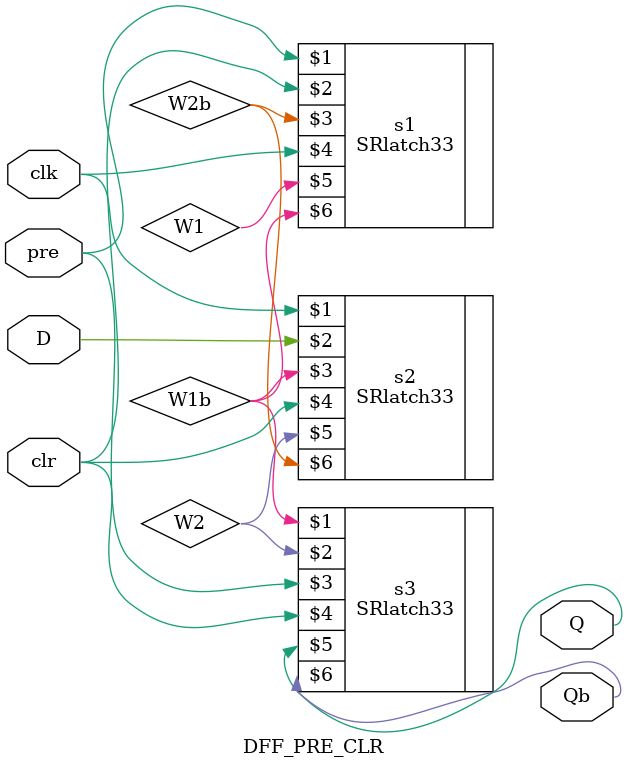
<source format=v>
`timescale 1ns/1ns
module DFF_PRE_CLR(input D, clk, clr, pre, output Q, Qb);
	wire W1, W1b, W2, W2b;
	SRlatch33 s1(pre, clr, W2b, clk, W1, W1b);
	SRlatch33 s2(clk, D, W1b, clr, W2, W2b);
	SRlatch33 s3(W1b, W2, pre, clr, Q, Qb);
endmodule

</source>
